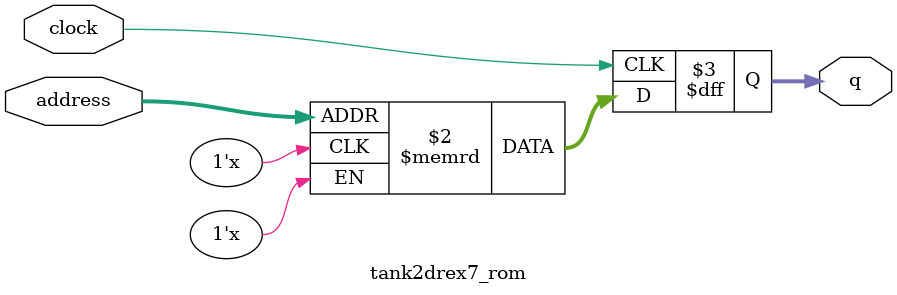
<source format=sv>
module tank2drex7_rom (
	input logic clock,
	input logic [9:0] address,
	output logic [3:0] q
);

logic [3:0] memory [0:1023] /* synthesis ram_init_file = "./tank2drex7/tank2drex7.mif" */;

always_ff @ (posedge clock) begin
	q <= memory[address];
end

endmodule

</source>
